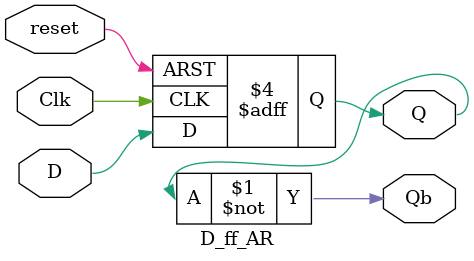
<source format=v>
module D_ff_AR(Q, Qb, D, Clk, reset);
	output Q, Qb;
	input D, Clk, reset;
	reg Q;
	
	assign Qb = ~Q;
	always @(posedge Clk, negedge reset)
		if (!reset) Q <= 1'b0;
		else Q <= D;
endmodule

</source>
